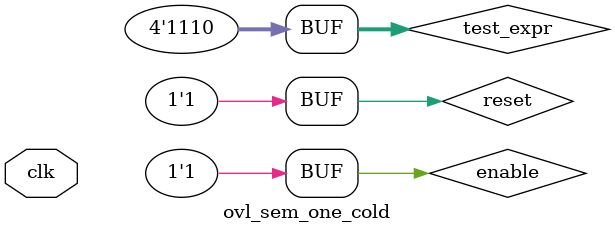
<source format=sv>
module ovl_sem_one_cold(input logic clk);
  logic reset = 1'b1;
  logic enable = 1'b1;
`ifdef FAIL
  logic [3:0] test_expr = 4'b1100;
`else
  logic [3:0] test_expr = 4'b1110;
`endif

  ovl_one_cold #(.width(4)) dut (
      .clock(clk), .reset(reset), .enable(enable), .test_expr(test_expr), .fire());
endmodule

</source>
